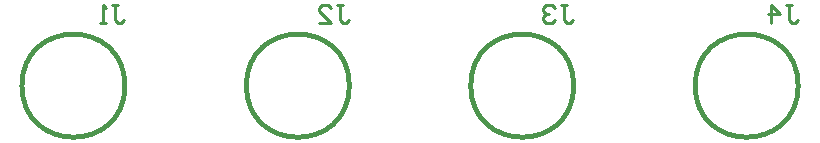
<source format=gbo>
G04*
G04 #@! TF.GenerationSoftware,Altium Limited,Altium Designer,23.9.2 (47)*
G04*
G04 Layer_Color=32896*
%FSLAX44Y44*%
%MOMM*%
G71*
G04*
G04 #@! TF.SameCoordinates,72E88F02-2F4C-440F-9558-A7C5ECE0CFCD*
G04*
G04*
G04 #@! TF.FilePolarity,Positive*
G04*
G01*
G75*
%ADD11C,0.4000*%
%ADD14C,0.2540*%
D11*
X613631Y123500D02*
G03*
X613631Y123500I-43631J0D01*
G01*
X423631D02*
G03*
X423631Y123500I-43631J0D01*
G01*
X233631D02*
G03*
X233631Y123500I-43631J0D01*
G01*
X803631D02*
G03*
X803631Y123500I-43631J0D01*
G01*
D14*
X603029Y191929D02*
X608108D01*
X605569D01*
Y179233D01*
X608108Y176694D01*
X610647D01*
X613186Y179233D01*
X597951Y189390D02*
X595412Y191929D01*
X590333D01*
X587794Y189390D01*
Y186851D01*
X590333Y184312D01*
X592873D01*
X590333D01*
X587794Y181772D01*
Y179233D01*
X590333Y176694D01*
X595412D01*
X597951Y179233D01*
X793021Y191929D02*
X798100D01*
X795561D01*
Y179233D01*
X798100Y176694D01*
X800639D01*
X803178Y179233D01*
X780325Y176694D02*
Y191929D01*
X787943Y184312D01*
X777786D01*
X413037Y191929D02*
X418116D01*
X415577D01*
Y179233D01*
X418116Y176694D01*
X420655D01*
X423194Y179233D01*
X397802Y176694D02*
X407959D01*
X397802Y186851D01*
Y189390D01*
X400341Y191929D01*
X405420D01*
X407959Y189390D01*
X223045Y191929D02*
X228124D01*
X225585D01*
Y179233D01*
X228124Y176694D01*
X230663D01*
X233202Y179233D01*
X217967Y176694D02*
X212889D01*
X215428D01*
Y191929D01*
X217967Y189390D01*
M02*

</source>
